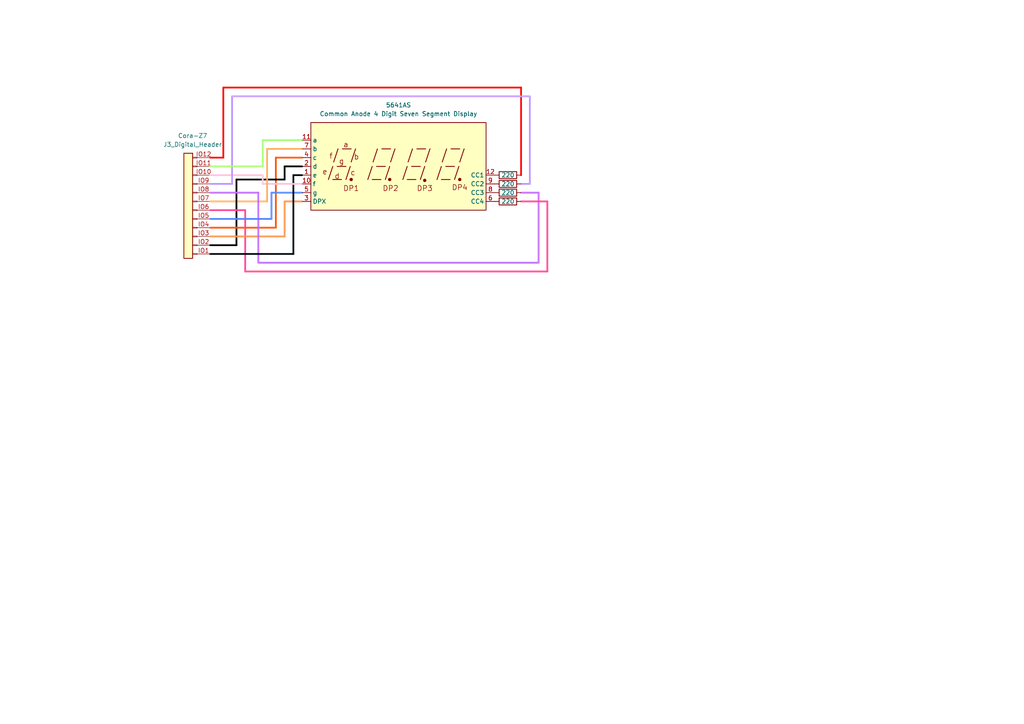
<source format=kicad_sch>
(kicad_sch (version 20231120) (generator "eeschema") (generator_version "8.0")
  (paper "A4")
  (lib_symbols
    (symbol "Connector_Generic:Conn_01x12" (pin_names (offset 1.016) hide)
      (property "Reference" "Cora-Z7" (at 0 -21.59 0))
      (property "Value" "J3_Digital_Header" (at 0 -19.05 0))
      (symbol "Conn_01x12_1_1"
        (rectangle (start -1.27 -15.113) (end 0 -15.367) (stroke (width 0.1524)))
        (rectangle (start -1.27 -12.573) (end 0 -12.827) (stroke (width 0.1524)))
        (rectangle (start -1.27 -10.033) (end 0 -10.287) (stroke (width 0.1524)))
        (rectangle (start -1.27 -7.493) (end 0 -7.747) (stroke (width 0.1524)))
        (rectangle (start -1.27 -4.953) (end 0 -5.207) (stroke (width 0.1524)))
        (rectangle (start -1.27 -2.413) (end 0 -2.667) (stroke (width 0.1524)))
        (rectangle (start -1.27 0.127) (end 0 -0.127) (stroke (width 0.1524)))
        (rectangle (start -1.27 2.667) (end 0 2.413) (stroke (width 0.1524)))
        (rectangle (start -1.27 5.207) (end 0 4.953) (stroke (width 0.1524)))
        (rectangle (start -1.27 7.747) (end 0 7.493) (stroke (width 0.1524)))
        (rectangle (start -1.27 10.287) (end 0 10.033) (stroke (width 0.1524)))
        (rectangle (start -1.27 12.827) (end 0 12.573) (stroke (width 0.1524)))
        (rectangle (start 0 13.97) (end 2.54 -16.51) (stroke (width 0.254)) (fill (type background)))
        (pin passive line (at -5.08 12.7 0) (length 3.81) (name "Pin_1") (number "IO1"))
        (pin passive line (at -5.08 -10.16 0) (length 3.81) (name "Pin_10") (number "IO10"))
        (pin passive line (at -5.08 -12.7 0) (length 3.81) (name "Pin_11") (number "IO11"))
        (pin passive line (at -5.08 -15.24 0) (length 3.81) (name "Pin_12") (number "IO12"))
        (pin passive line (at -5.08 10.16 0) (length 3.81) (name "Pin_2") (number "IO2"))
        (pin passive line (at -5.08 7.62 0) (length 3.81) (name "Pin_3") (number "IO3"))
        (pin passive line (at -5.08 5.08 0) (length 3.81) (name "Pin_4") (number "IO4"))
        (pin passive line (at -5.08 2.54 0) (length 3.81) (name "Pin_5") (number "IO5"))
        (pin passive line (at -5.08 0 0) (length 3.81) (name "Pin_6") (number "IO6"))
        (pin passive line (at -5.08 -2.54 0) (length 3.81) (name "Pin_7") (number "IO7"))
        (pin passive line (at -5.08 -5.08 0) (length 3.81) (name "Pin_8") (number "IO8"))
        (pin passive line (at -5.08 -7.62 0) (length 3.81) (name "Pin_9") (number "IO9"))
      )
    )
    (symbol "Device:R" (pin_numbers hide) (pin_names (offset 0))
      (property "Reference" "R" (at 2.032 0 90))
      (property "Value" "R" (at 0 0 90))
      (symbol "R_0_1"
        (rectangle (start -1.016 -2.54) (end 1.016 2.54) (stroke (width 0.254)))
      )
      (symbol "R_1_1"
        (pin passive line (at 0 3.81 270) (length 1.27) (name "~") (number "1"))
        (pin passive line (at 0 -3.81 90) (length 1.27) (name "~") (number "2"))
      )
    )
    (symbol "Display_Character:CC56-12SYKWA"
      (property "Reference" "5641AS" (at 0 17.78 0))
      (property "Value" "Common Anode 4 Digit Seven Segment Display " (at 0 15.24 0))
      (symbol "CC56-12SYKWA_0_0"
        (rectangle (start -25.4 12.7) (end 25.4 -12.7) (stroke (width 0.254)) (fill (type background)))
        (polyline (pts (xy -20.32 -3.81) (xy -19.05 0)) (stroke (width 0.254)))
        (polyline (pts (xy -19.05 -3.81) (xy -16.51 -3.81)) (stroke (width 0.254)))
        (polyline (pts (xy -18.796 1.27) (xy -17.526 5.08)) (stroke (width 0.254)))
        (polyline (pts (xy -17.78 0) (xy -15.24 0)) (stroke (width 0.254)))
        (polyline (pts (xy -16.256 5.08) (xy -13.716 5.08)) (stroke (width 0.254)))
        (polyline (pts (xy -15.24 -3.81) (xy -13.97 0)) (stroke (width 0.254)))
        (polyline (pts (xy -13.716 1.27) (xy -12.446 5.08)) (stroke (width 0.254)))
        (polyline (pts (xy -8.89 -3.81) (xy -7.62 0)) (stroke (width 0.254)))
        (polyline (pts (xy -7.62 -3.81) (xy -5.08 -3.81)) (stroke (width 0.254)))
        (polyline (pts (xy -7.366 1.27) (xy -6.096 5.08)) (stroke (width 0.254)))
        (polyline (pts (xy -6.35 0) (xy -3.81 0)) (stroke (width 0.254)))
        (polyline (pts (xy -4.826 5.08) (xy -2.286 5.08)) (stroke (width 0.254)))
        (polyline (pts (xy -3.81 -3.81) (xy -2.54 0)) (stroke (width 0.254)))
        (polyline (pts (xy -2.286 1.27) (xy -1.016 5.08)) (stroke (width 0.254)))
        (polyline (pts (xy 1.27 -3.81) (xy 2.54 0)) (stroke (width 0.254)))
        (polyline (pts (xy 2.54 -3.81) (xy 5.08 -3.81)) (stroke (width 0.254)))
        (polyline (pts (xy 2.794 1.27) (xy 4.064 5.08)) (stroke (width 0.254)))
        (polyline (pts (xy 3.81 0) (xy 6.35 0)) (stroke (width 0.254)))
        (polyline (pts (xy 5.334 5.08) (xy 7.874 5.08)) (stroke (width 0.254)))
        (polyline (pts (xy 6.35 -3.81) (xy 7.62 0)) (stroke (width 0.254)))
        (polyline (pts (xy 7.874 1.27) (xy 9.144 5.08)) (stroke (width 0.254)))
        (polyline (pts (xy 11.176 -3.81) (xy 12.446 0)) (stroke (width 0.254)))
        (polyline (pts (xy 12.446 -3.81) (xy 14.986 -3.81)) (stroke (width 0.254)))
        (polyline (pts (xy 12.7 1.27) (xy 13.97 5.08)) (stroke (width 0.254)))
        (polyline (pts (xy 13.716 0) (xy 16.256 0)) (stroke (width 0.254)))
        (polyline (pts (xy 15.24 5.08) (xy 17.78 5.08)) (stroke (width 0.254)))
        (polyline (pts (xy 16.256 -3.81) (xy 17.526 0)) (stroke (width 0.254)))
        (polyline (pts (xy 17.78 1.27) (xy 19.05 5.08)) (stroke (width 0.254)))
        (text "a" (at -15.24 6.35 0) (effects (font (size 1.524 1.524))))
        (text "b" (at -12.192 2.794 0) (effects (font (size 1.524 1.524))))
        (text "c" (at -13.208 -1.778 0) (effects (font (size 1.524 1.524))))
        (text "d" (at -17.78 -2.794 0) (effects (font (size 1.524 1.524))))
        (text "DP1" (at -13.716 -6.35 0) (effects (font (size 1.524 1.524))))
        (text "DP2" (at -2.286 -6.35 0) (effects (font (size 1.524 1.524))))
        (text "DP3" (at 7.62 -6.35 0) (effects (font (size 1.524 1.524))))
        (text "DP4" (at 17.78 -6.096 0) (effects (font (size 1.524 1.524))))
        (text "e" (at -21.336 -1.524 0) (effects (font (size 1.524 1.524))))
        (text "f" (at -19.558 3.048 0) (effects (font (size 1.524 1.524))))
        (text "g" (at -16.51 1.524 0) (effects (font (size 1.524 1.524))))
      )
      (symbol "CC56-12SYKWA_0_1"
        (circle (center -13.716 -3.81) (radius 0.3556) (stroke (width 0.254)) (fill (type outline)))
        (circle (center -2.54 -3.81) (radius 0.3556) (stroke (width 0.254)) (fill (type outline)))
      )
      (symbol "CC56-12SYKWA_1_0"
        (circle (center 7.62 -4.064) (radius 0.3556) (stroke (width 0.254)) (fill (type outline)))
        (circle (center 17.78 -3.81) (radius 0.3556) (stroke (width 0.254)) (fill (type outline)))
      )
      (symbol "CC56-12SYKWA_1_1"
        (pin input line (at -27.94 -2.54 0) (length 2.54) (name "e") (number "1"))
        (pin input line (at -27.94 -5.08 0) (length 2.54) (name "f") (number "10"))
        (pin input line (at -27.94 7.62 0) (length 2.54) (name "a") (number "11"))
        (pin input line (at 27.94 -2.54 180) (length 2.54) (name "CC1") (number "12"))
        (pin input line (at -27.94 0 0) (length 2.54) (name "d") (number "2"))
        (pin input line (at -27.94 -10.16 0) (length 2.54) (name "DPX") (number "3"))
        (pin input line (at -27.94 2.54 0) (length 2.54) (name "c") (number "4"))
        (pin input line (at -27.94 -7.62 0) (length 2.54) (name "g") (number "5"))
        (pin input line (at 27.94 -10.16 180) (length 2.54) (name "CC4") (number "6"))
        (pin input line (at -27.94 5.08 0) (length 2.54) (name "b") (number "7"))
        (pin input line (at 27.94 -7.62 180) (length 2.54) (name "CC3") (number "8"))
        (pin input line (at 27.94 -5.08 180) (length 2.54) (name "CC2") (number "9"))
      )
    )
  )
  (wire (pts (xy 82.55 58.42) (xy 87.63 58.42)) (stroke (width 0.508) (color 255 139 73 1)))
  (wire (pts (xy 76.2 53.34) (xy 87.63 53.34)) (stroke (width 0.508) (color 255 195 221 1)))
  (wire (pts (xy 67.31 27.94) (xy 153.67 27.94)) (stroke (width 0.508) (color 190 149 255 1)))
  (wire (pts (xy 76.2 48.26) (xy 76.2 40.64)) (stroke (width 0.508) (color 163 255 114 1)))
  (wire (pts (xy 153.67 53.34) (xy 151.13 53.34)) (stroke (width 0.508) (color 190 149 255 1)))
  (wire (pts (xy 60.96 63.5) (xy 78.74 63.5)) (stroke (width 0.508) (color 80 134 255 1)))
  (wire (pts (xy 60.96 48.26) (xy 76.2 48.26)) (stroke (width 0.508) (color 163 255 114 1)))
  (wire (pts (xy 76.2 40.64) (xy 87.63 40.64)) (stroke (width 0.508) (color 163 255 114 1)))
  (wire (pts (xy 60.96 45.72) (xy 64.77 45.72)) (stroke (width 0.508) (color 255 6 0 1)))
  (wire (pts (xy 67.31 53.34) (xy 67.31 27.94)) (stroke (width 0.508) (color 190 149 255 1)))
  (wire (pts (xy 151.13 25.4) (xy 151.13 50.8)) (stroke (width 0.508) (color 255 6 0 1)))
  (wire (pts (xy 60.96 55.88) (xy 74.93 55.88)) (stroke (width 0.508) (color 183 104 255 1)))
  (wire (pts (xy 77.47 43.18) (xy 87.63 43.18)) (stroke (width 0.508) (color 255 177 91 1)))
  (wire (pts (xy 82.55 68.58) (xy 82.55 58.42)) (stroke (width 0.508) (color 255 139 73 1)))
  (wire (pts (xy 78.74 55.88) (xy 87.63 55.88)) (stroke (width 0.508) (color 80 134 255 1)))
  (wire (pts (xy 60.96 50.8) (xy 76.2 50.8)) (stroke (width 0.508) (color 255 195 221 1)))
  (wire (pts (xy 153.67 27.94) (xy 153.67 53.34)) (stroke (width 0.508) (color 190 149 255 1)))
  (wire (pts (xy 156.21 55.88) (xy 151.13 55.88)) (stroke (width 0.508) (color 183 104 255 1)))
  (wire (pts (xy 60.96 66.04) (xy 80.01 66.04)) (stroke (width 0.508) (color 255 84 1 1)))
  (wire (pts (xy 78.74 63.5) (xy 78.74 55.88)) (stroke (width 0.508) (color 80 134 255 1)))
  (wire (pts (xy 80.01 66.04) (xy 80.01 45.72)) (stroke (width 0.508) (color 255 84 1 1)))
  (wire (pts (xy 60.96 53.34) (xy 67.31 53.34)) (stroke (width 0.508) (color 190 149 255 1)))
  (wire (pts (xy 60.96 71.12) (xy 68.58 71.12)) (stroke (width 0.508) (color 0 0 0 1)))
  (wire (pts (xy 82.55 48.26) (xy 87.63 48.26)) (stroke (width 0.508) (color 0 0 0 1)))
  (wire (pts (xy 60.96 58.42) (xy 77.47 58.42)) (stroke (width 0.508) (color 255 177 91 1)))
  (wire (pts (xy 156.21 76.2) (xy 156.21 55.88)) (stroke (width 0.508) (color 183 104 255 1)))
  (wire (pts (xy 71.12 60.96) (xy 71.12 78.74)) (stroke (width 0.508) (color 255 70 148 1)))
  (wire (pts (xy 60.96 60.96) (xy 71.12 60.96)) (stroke (width 0.508) (color 255 70 148 1)))
  (wire (pts (xy 158.75 58.42) (xy 151.13 58.42)) (stroke (width 0.508) (color 255 70 148 1)))
  (wire (pts (xy 76.2 50.8) (xy 76.2 53.34)) (stroke (width 0.508) (color 255 195 221 1)))
  (wire (pts (xy 85.09 50.8) (xy 87.63 50.8)) (stroke (width 0.508) (color 1 10 14 1)))
  (wire (pts (xy 64.77 25.4) (xy 151.13 25.4)) (stroke (width 0.508) (color 255 6 0 1)))
  (wire (pts (xy 77.47 58.42) (xy 77.47 43.18)) (stroke (width 0.508) (color 255 177 91 1)))
  (wire (pts (xy 68.58 52.07) (xy 82.55 52.07)) (stroke (width 0.508) (color 0 0 0 1)))
  (wire (pts (xy 80.01 45.72) (xy 87.63 45.72)) (stroke (width 0.508) (color 255 84 1 1)))
  (wire (pts (xy 68.58 71.12) (xy 68.58 52.07)) (stroke (width 0.508) (color 0 0 0 1)))
  (wire (pts (xy 60.96 68.58) (xy 82.55 68.58)) (stroke (width 0.508) (color 255 139 73 1)))
  (wire (pts (xy 74.93 55.88) (xy 74.93 76.2)) (stroke (width 0.508) (color 183 104 255 1)))
  (wire (pts (xy 64.77 45.72) (xy 64.77 25.4)) (stroke (width 0.508) (color 255 6 0 1)))
  (wire (pts (xy 71.12 78.74) (xy 158.75 78.74)) (stroke (width 0.508) (color 255 70 148 1)))
  (wire (pts (xy 60.96 73.66) (xy 85.09 73.66)) (stroke (width 0.508) (color 1 10 14 1)))
  (wire (pts (xy 85.09 73.66) (xy 85.09 50.8)) (stroke (width 0.508) (color 1 10 14 1)))
  (wire (pts (xy 82.55 52.07) (xy 82.55 48.26)) (stroke (width 0.508) (color 0 0 0 1)))
  (wire (pts (xy 74.93 76.2) (xy 156.21 76.2)) (stroke (width 0.508) (color 183 104 255 1)))
  (wire (pts (xy 158.75 78.74) (xy 158.75 58.42)) (stroke (width 0.508) (color 255 70 148 1)))
  (symbol (lib_id "Device:R") (at 147.32 53.34 90) (unit 1)
    (property "Reference" "R2" (effects (hide yes)))
    (property "Value" "220" (at 147.32 53.34 90))
    (property "Description" "Resistor" (effects (hide yes)))
  )
  (symbol (lib_id "Device:R") (at 147.32 55.88 90) (unit 1)
    (property "Reference" "R3" (effects (hide yes)))
    (property "Value" "220" (at 147.32 55.88 90))
    (property "Description" "Resistor" (effects (hide yes)))
  )
  (symbol (lib_id "Connector_Generic:Conn_01x12") (at 55.88 60.96 180) (unit 1)
    (property "Reference" "Cora-Z7" (at 55.88 39.37 0))
    (property "Value" "J3_Digital_Header" (at 55.88 41.91 0))
    (property "Description" "Generic connector, single row, 01x12, script generated (kicad-library-utils/schlib/autogen/connector/)" (effects (hide yes)))
  )
  (symbol (lib_id "Device:R") (at 147.32 50.8 90) (unit 1)
    (property "Reference" "R1" (effects (hide yes)))
    (property "Value" "220" (at 147.32 50.8 90))
    (property "Description" "Resistor" (effects (hide yes)))
  )
  (symbol (lib_id "Device:R") (at 147.32 58.42 90) (unit 1)
    (property "Reference" "R4" (effects (hide yes)))
    (property "Value" "220" (at 147.32 58.42 90))
    (property "Description" "Resistor" (effects (hide yes)))
  )
  (symbol (lib_id "Display_Character:CC56-12SYKWA") (at 115.57 48.26 0) (unit 1)
    (property "Reference" "5641AS" (at 115.57 30.48 0))
    (property "Value" "Common Anode 4 Digit Seven Segment Display" (at 115.57 33.02 0))
    (property "Footprint" "Display_7Segment:CA56-12SYKWA" (effects (hide yes)))
    (property "Datasheet" "http://www.kingbright.com/attachments/file/psearch/000/00/00/CC56-12SYKWA(Ver.6A).pdf" (effects (hide yes)))
    (property "Description" "4 digit 7 segment super bright yellow LED, common cathode" (effects (hide yes)))
  )
)
</source>
